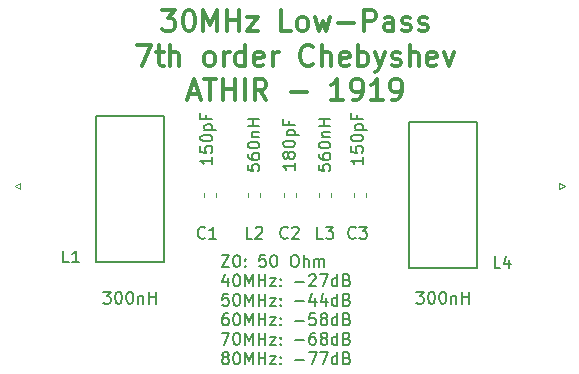
<source format=gto>
G04 #@! TF.GenerationSoftware,KiCad,Pcbnew,(5.1.0)-1*
G04 #@! TF.CreationDate,2019-05-10T18:53:53+02:00*
G04 #@! TF.ProjectId,30mhzLP,33306d68-7a4c-4502-9e6b-696361645f70,rev?*
G04 #@! TF.SameCoordinates,Original*
G04 #@! TF.FileFunction,Legend,Top*
G04 #@! TF.FilePolarity,Positive*
%FSLAX46Y46*%
G04 Gerber Fmt 4.6, Leading zero omitted, Abs format (unit mm)*
G04 Created by KiCad (PCBNEW (5.1.0)-1) date 2019-05-10 18:53:53*
%MOMM*%
%LPD*%
G04 APERTURE LIST*
%ADD10C,0.150000*%
%ADD11C,0.300000*%
%ADD12C,0.120000*%
G04 APERTURE END LIST*
D10*
X139240357Y-118327380D02*
X139907023Y-118327380D01*
X139240357Y-119327380D01*
X139907023Y-119327380D01*
X140478452Y-118327380D02*
X140573690Y-118327380D01*
X140668928Y-118375000D01*
X140716547Y-118422619D01*
X140764166Y-118517857D01*
X140811785Y-118708333D01*
X140811785Y-118946428D01*
X140764166Y-119136904D01*
X140716547Y-119232142D01*
X140668928Y-119279761D01*
X140573690Y-119327380D01*
X140478452Y-119327380D01*
X140383214Y-119279761D01*
X140335595Y-119232142D01*
X140287976Y-119136904D01*
X140240357Y-118946428D01*
X140240357Y-118708333D01*
X140287976Y-118517857D01*
X140335595Y-118422619D01*
X140383214Y-118375000D01*
X140478452Y-118327380D01*
X141240357Y-119232142D02*
X141287976Y-119279761D01*
X141240357Y-119327380D01*
X141192738Y-119279761D01*
X141240357Y-119232142D01*
X141240357Y-119327380D01*
X141240357Y-118708333D02*
X141287976Y-118755952D01*
X141240357Y-118803571D01*
X141192738Y-118755952D01*
X141240357Y-118708333D01*
X141240357Y-118803571D01*
X142954642Y-118327380D02*
X142478452Y-118327380D01*
X142430833Y-118803571D01*
X142478452Y-118755952D01*
X142573690Y-118708333D01*
X142811785Y-118708333D01*
X142907023Y-118755952D01*
X142954642Y-118803571D01*
X143002261Y-118898809D01*
X143002261Y-119136904D01*
X142954642Y-119232142D01*
X142907023Y-119279761D01*
X142811785Y-119327380D01*
X142573690Y-119327380D01*
X142478452Y-119279761D01*
X142430833Y-119232142D01*
X143621309Y-118327380D02*
X143716547Y-118327380D01*
X143811785Y-118375000D01*
X143859404Y-118422619D01*
X143907023Y-118517857D01*
X143954642Y-118708333D01*
X143954642Y-118946428D01*
X143907023Y-119136904D01*
X143859404Y-119232142D01*
X143811785Y-119279761D01*
X143716547Y-119327380D01*
X143621309Y-119327380D01*
X143526071Y-119279761D01*
X143478452Y-119232142D01*
X143430833Y-119136904D01*
X143383214Y-118946428D01*
X143383214Y-118708333D01*
X143430833Y-118517857D01*
X143478452Y-118422619D01*
X143526071Y-118375000D01*
X143621309Y-118327380D01*
X145335595Y-118327380D02*
X145526071Y-118327380D01*
X145621309Y-118375000D01*
X145716547Y-118470238D01*
X145764166Y-118660714D01*
X145764166Y-118994047D01*
X145716547Y-119184523D01*
X145621309Y-119279761D01*
X145526071Y-119327380D01*
X145335595Y-119327380D01*
X145240357Y-119279761D01*
X145145119Y-119184523D01*
X145097500Y-118994047D01*
X145097500Y-118660714D01*
X145145119Y-118470238D01*
X145240357Y-118375000D01*
X145335595Y-118327380D01*
X146192738Y-119327380D02*
X146192738Y-118327380D01*
X146621309Y-119327380D02*
X146621309Y-118803571D01*
X146573690Y-118708333D01*
X146478452Y-118660714D01*
X146335595Y-118660714D01*
X146240357Y-118708333D01*
X146192738Y-118755952D01*
X147097500Y-119327380D02*
X147097500Y-118660714D01*
X147097500Y-118755952D02*
X147145119Y-118708333D01*
X147240357Y-118660714D01*
X147383214Y-118660714D01*
X147478452Y-118708333D01*
X147526071Y-118803571D01*
X147526071Y-119327380D01*
X147526071Y-118803571D02*
X147573690Y-118708333D01*
X147668928Y-118660714D01*
X147811785Y-118660714D01*
X147907023Y-118708333D01*
X147954642Y-118803571D01*
X147954642Y-119327380D01*
X139764166Y-120310714D02*
X139764166Y-120977380D01*
X139526071Y-119929761D02*
X139287976Y-120644047D01*
X139907023Y-120644047D01*
X140478452Y-119977380D02*
X140573690Y-119977380D01*
X140668928Y-120025000D01*
X140716547Y-120072619D01*
X140764166Y-120167857D01*
X140811785Y-120358333D01*
X140811785Y-120596428D01*
X140764166Y-120786904D01*
X140716547Y-120882142D01*
X140668928Y-120929761D01*
X140573690Y-120977380D01*
X140478452Y-120977380D01*
X140383214Y-120929761D01*
X140335595Y-120882142D01*
X140287976Y-120786904D01*
X140240357Y-120596428D01*
X140240357Y-120358333D01*
X140287976Y-120167857D01*
X140335595Y-120072619D01*
X140383214Y-120025000D01*
X140478452Y-119977380D01*
X141240357Y-120977380D02*
X141240357Y-119977380D01*
X141573690Y-120691666D01*
X141907023Y-119977380D01*
X141907023Y-120977380D01*
X142383214Y-120977380D02*
X142383214Y-119977380D01*
X142383214Y-120453571D02*
X142954642Y-120453571D01*
X142954642Y-120977380D02*
X142954642Y-119977380D01*
X143335595Y-120310714D02*
X143859404Y-120310714D01*
X143335595Y-120977380D01*
X143859404Y-120977380D01*
X144240357Y-120882142D02*
X144287976Y-120929761D01*
X144240357Y-120977380D01*
X144192738Y-120929761D01*
X144240357Y-120882142D01*
X144240357Y-120977380D01*
X144240357Y-120358333D02*
X144287976Y-120405952D01*
X144240357Y-120453571D01*
X144192738Y-120405952D01*
X144240357Y-120358333D01*
X144240357Y-120453571D01*
X145478452Y-120596428D02*
X146240357Y-120596428D01*
X146668928Y-120072619D02*
X146716547Y-120025000D01*
X146811785Y-119977380D01*
X147049880Y-119977380D01*
X147145119Y-120025000D01*
X147192738Y-120072619D01*
X147240357Y-120167857D01*
X147240357Y-120263095D01*
X147192738Y-120405952D01*
X146621309Y-120977380D01*
X147240357Y-120977380D01*
X147573690Y-119977380D02*
X148240357Y-119977380D01*
X147811785Y-120977380D01*
X149049880Y-120977380D02*
X149049880Y-119977380D01*
X149049880Y-120929761D02*
X148954642Y-120977380D01*
X148764166Y-120977380D01*
X148668928Y-120929761D01*
X148621309Y-120882142D01*
X148573690Y-120786904D01*
X148573690Y-120501190D01*
X148621309Y-120405952D01*
X148668928Y-120358333D01*
X148764166Y-120310714D01*
X148954642Y-120310714D01*
X149049880Y-120358333D01*
X149859404Y-120453571D02*
X150002261Y-120501190D01*
X150049880Y-120548809D01*
X150097500Y-120644047D01*
X150097500Y-120786904D01*
X150049880Y-120882142D01*
X150002261Y-120929761D01*
X149907023Y-120977380D01*
X149526071Y-120977380D01*
X149526071Y-119977380D01*
X149859404Y-119977380D01*
X149954642Y-120025000D01*
X150002261Y-120072619D01*
X150049880Y-120167857D01*
X150049880Y-120263095D01*
X150002261Y-120358333D01*
X149954642Y-120405952D01*
X149859404Y-120453571D01*
X149526071Y-120453571D01*
X139811785Y-121627380D02*
X139335595Y-121627380D01*
X139287976Y-122103571D01*
X139335595Y-122055952D01*
X139430833Y-122008333D01*
X139668928Y-122008333D01*
X139764166Y-122055952D01*
X139811785Y-122103571D01*
X139859404Y-122198809D01*
X139859404Y-122436904D01*
X139811785Y-122532142D01*
X139764166Y-122579761D01*
X139668928Y-122627380D01*
X139430833Y-122627380D01*
X139335595Y-122579761D01*
X139287976Y-122532142D01*
X140478452Y-121627380D02*
X140573690Y-121627380D01*
X140668928Y-121675000D01*
X140716547Y-121722619D01*
X140764166Y-121817857D01*
X140811785Y-122008333D01*
X140811785Y-122246428D01*
X140764166Y-122436904D01*
X140716547Y-122532142D01*
X140668928Y-122579761D01*
X140573690Y-122627380D01*
X140478452Y-122627380D01*
X140383214Y-122579761D01*
X140335595Y-122532142D01*
X140287976Y-122436904D01*
X140240357Y-122246428D01*
X140240357Y-122008333D01*
X140287976Y-121817857D01*
X140335595Y-121722619D01*
X140383214Y-121675000D01*
X140478452Y-121627380D01*
X141240357Y-122627380D02*
X141240357Y-121627380D01*
X141573690Y-122341666D01*
X141907023Y-121627380D01*
X141907023Y-122627380D01*
X142383214Y-122627380D02*
X142383214Y-121627380D01*
X142383214Y-122103571D02*
X142954642Y-122103571D01*
X142954642Y-122627380D02*
X142954642Y-121627380D01*
X143335595Y-121960714D02*
X143859404Y-121960714D01*
X143335595Y-122627380D01*
X143859404Y-122627380D01*
X144240357Y-122532142D02*
X144287976Y-122579761D01*
X144240357Y-122627380D01*
X144192738Y-122579761D01*
X144240357Y-122532142D01*
X144240357Y-122627380D01*
X144240357Y-122008333D02*
X144287976Y-122055952D01*
X144240357Y-122103571D01*
X144192738Y-122055952D01*
X144240357Y-122008333D01*
X144240357Y-122103571D01*
X145478452Y-122246428D02*
X146240357Y-122246428D01*
X147145119Y-121960714D02*
X147145119Y-122627380D01*
X146907023Y-121579761D02*
X146668928Y-122294047D01*
X147287976Y-122294047D01*
X148097500Y-121960714D02*
X148097500Y-122627380D01*
X147859404Y-121579761D02*
X147621309Y-122294047D01*
X148240357Y-122294047D01*
X149049880Y-122627380D02*
X149049880Y-121627380D01*
X149049880Y-122579761D02*
X148954642Y-122627380D01*
X148764166Y-122627380D01*
X148668928Y-122579761D01*
X148621309Y-122532142D01*
X148573690Y-122436904D01*
X148573690Y-122151190D01*
X148621309Y-122055952D01*
X148668928Y-122008333D01*
X148764166Y-121960714D01*
X148954642Y-121960714D01*
X149049880Y-122008333D01*
X149859404Y-122103571D02*
X150002261Y-122151190D01*
X150049880Y-122198809D01*
X150097500Y-122294047D01*
X150097500Y-122436904D01*
X150049880Y-122532142D01*
X150002261Y-122579761D01*
X149907023Y-122627380D01*
X149526071Y-122627380D01*
X149526071Y-121627380D01*
X149859404Y-121627380D01*
X149954642Y-121675000D01*
X150002261Y-121722619D01*
X150049880Y-121817857D01*
X150049880Y-121913095D01*
X150002261Y-122008333D01*
X149954642Y-122055952D01*
X149859404Y-122103571D01*
X149526071Y-122103571D01*
X139764166Y-123277380D02*
X139573690Y-123277380D01*
X139478452Y-123325000D01*
X139430833Y-123372619D01*
X139335595Y-123515476D01*
X139287976Y-123705952D01*
X139287976Y-124086904D01*
X139335595Y-124182142D01*
X139383214Y-124229761D01*
X139478452Y-124277380D01*
X139668928Y-124277380D01*
X139764166Y-124229761D01*
X139811785Y-124182142D01*
X139859404Y-124086904D01*
X139859404Y-123848809D01*
X139811785Y-123753571D01*
X139764166Y-123705952D01*
X139668928Y-123658333D01*
X139478452Y-123658333D01*
X139383214Y-123705952D01*
X139335595Y-123753571D01*
X139287976Y-123848809D01*
X140478452Y-123277380D02*
X140573690Y-123277380D01*
X140668928Y-123325000D01*
X140716547Y-123372619D01*
X140764166Y-123467857D01*
X140811785Y-123658333D01*
X140811785Y-123896428D01*
X140764166Y-124086904D01*
X140716547Y-124182142D01*
X140668928Y-124229761D01*
X140573690Y-124277380D01*
X140478452Y-124277380D01*
X140383214Y-124229761D01*
X140335595Y-124182142D01*
X140287976Y-124086904D01*
X140240357Y-123896428D01*
X140240357Y-123658333D01*
X140287976Y-123467857D01*
X140335595Y-123372619D01*
X140383214Y-123325000D01*
X140478452Y-123277380D01*
X141240357Y-124277380D02*
X141240357Y-123277380D01*
X141573690Y-123991666D01*
X141907023Y-123277380D01*
X141907023Y-124277380D01*
X142383214Y-124277380D02*
X142383214Y-123277380D01*
X142383214Y-123753571D02*
X142954642Y-123753571D01*
X142954642Y-124277380D02*
X142954642Y-123277380D01*
X143335595Y-123610714D02*
X143859404Y-123610714D01*
X143335595Y-124277380D01*
X143859404Y-124277380D01*
X144240357Y-124182142D02*
X144287976Y-124229761D01*
X144240357Y-124277380D01*
X144192738Y-124229761D01*
X144240357Y-124182142D01*
X144240357Y-124277380D01*
X144240357Y-123658333D02*
X144287976Y-123705952D01*
X144240357Y-123753571D01*
X144192738Y-123705952D01*
X144240357Y-123658333D01*
X144240357Y-123753571D01*
X145478452Y-123896428D02*
X146240357Y-123896428D01*
X147192738Y-123277380D02*
X146716547Y-123277380D01*
X146668928Y-123753571D01*
X146716547Y-123705952D01*
X146811785Y-123658333D01*
X147049880Y-123658333D01*
X147145119Y-123705952D01*
X147192738Y-123753571D01*
X147240357Y-123848809D01*
X147240357Y-124086904D01*
X147192738Y-124182142D01*
X147145119Y-124229761D01*
X147049880Y-124277380D01*
X146811785Y-124277380D01*
X146716547Y-124229761D01*
X146668928Y-124182142D01*
X147811785Y-123705952D02*
X147716547Y-123658333D01*
X147668928Y-123610714D01*
X147621309Y-123515476D01*
X147621309Y-123467857D01*
X147668928Y-123372619D01*
X147716547Y-123325000D01*
X147811785Y-123277380D01*
X148002261Y-123277380D01*
X148097500Y-123325000D01*
X148145119Y-123372619D01*
X148192738Y-123467857D01*
X148192738Y-123515476D01*
X148145119Y-123610714D01*
X148097500Y-123658333D01*
X148002261Y-123705952D01*
X147811785Y-123705952D01*
X147716547Y-123753571D01*
X147668928Y-123801190D01*
X147621309Y-123896428D01*
X147621309Y-124086904D01*
X147668928Y-124182142D01*
X147716547Y-124229761D01*
X147811785Y-124277380D01*
X148002261Y-124277380D01*
X148097500Y-124229761D01*
X148145119Y-124182142D01*
X148192738Y-124086904D01*
X148192738Y-123896428D01*
X148145119Y-123801190D01*
X148097500Y-123753571D01*
X148002261Y-123705952D01*
X149049880Y-124277380D02*
X149049880Y-123277380D01*
X149049880Y-124229761D02*
X148954642Y-124277380D01*
X148764166Y-124277380D01*
X148668928Y-124229761D01*
X148621309Y-124182142D01*
X148573690Y-124086904D01*
X148573690Y-123801190D01*
X148621309Y-123705952D01*
X148668928Y-123658333D01*
X148764166Y-123610714D01*
X148954642Y-123610714D01*
X149049880Y-123658333D01*
X149859404Y-123753571D02*
X150002261Y-123801190D01*
X150049880Y-123848809D01*
X150097500Y-123944047D01*
X150097500Y-124086904D01*
X150049880Y-124182142D01*
X150002261Y-124229761D01*
X149907023Y-124277380D01*
X149526071Y-124277380D01*
X149526071Y-123277380D01*
X149859404Y-123277380D01*
X149954642Y-123325000D01*
X150002261Y-123372619D01*
X150049880Y-123467857D01*
X150049880Y-123563095D01*
X150002261Y-123658333D01*
X149954642Y-123705952D01*
X149859404Y-123753571D01*
X149526071Y-123753571D01*
X139240357Y-124927380D02*
X139907023Y-124927380D01*
X139478452Y-125927380D01*
X140478452Y-124927380D02*
X140573690Y-124927380D01*
X140668928Y-124975000D01*
X140716547Y-125022619D01*
X140764166Y-125117857D01*
X140811785Y-125308333D01*
X140811785Y-125546428D01*
X140764166Y-125736904D01*
X140716547Y-125832142D01*
X140668928Y-125879761D01*
X140573690Y-125927380D01*
X140478452Y-125927380D01*
X140383214Y-125879761D01*
X140335595Y-125832142D01*
X140287976Y-125736904D01*
X140240357Y-125546428D01*
X140240357Y-125308333D01*
X140287976Y-125117857D01*
X140335595Y-125022619D01*
X140383214Y-124975000D01*
X140478452Y-124927380D01*
X141240357Y-125927380D02*
X141240357Y-124927380D01*
X141573690Y-125641666D01*
X141907023Y-124927380D01*
X141907023Y-125927380D01*
X142383214Y-125927380D02*
X142383214Y-124927380D01*
X142383214Y-125403571D02*
X142954642Y-125403571D01*
X142954642Y-125927380D02*
X142954642Y-124927380D01*
X143335595Y-125260714D02*
X143859404Y-125260714D01*
X143335595Y-125927380D01*
X143859404Y-125927380D01*
X144240357Y-125832142D02*
X144287976Y-125879761D01*
X144240357Y-125927380D01*
X144192738Y-125879761D01*
X144240357Y-125832142D01*
X144240357Y-125927380D01*
X144240357Y-125308333D02*
X144287976Y-125355952D01*
X144240357Y-125403571D01*
X144192738Y-125355952D01*
X144240357Y-125308333D01*
X144240357Y-125403571D01*
X145478452Y-125546428D02*
X146240357Y-125546428D01*
X147145119Y-124927380D02*
X146954642Y-124927380D01*
X146859404Y-124975000D01*
X146811785Y-125022619D01*
X146716547Y-125165476D01*
X146668928Y-125355952D01*
X146668928Y-125736904D01*
X146716547Y-125832142D01*
X146764166Y-125879761D01*
X146859404Y-125927380D01*
X147049880Y-125927380D01*
X147145119Y-125879761D01*
X147192738Y-125832142D01*
X147240357Y-125736904D01*
X147240357Y-125498809D01*
X147192738Y-125403571D01*
X147145119Y-125355952D01*
X147049880Y-125308333D01*
X146859404Y-125308333D01*
X146764166Y-125355952D01*
X146716547Y-125403571D01*
X146668928Y-125498809D01*
X147811785Y-125355952D02*
X147716547Y-125308333D01*
X147668928Y-125260714D01*
X147621309Y-125165476D01*
X147621309Y-125117857D01*
X147668928Y-125022619D01*
X147716547Y-124975000D01*
X147811785Y-124927380D01*
X148002261Y-124927380D01*
X148097500Y-124975000D01*
X148145119Y-125022619D01*
X148192738Y-125117857D01*
X148192738Y-125165476D01*
X148145119Y-125260714D01*
X148097500Y-125308333D01*
X148002261Y-125355952D01*
X147811785Y-125355952D01*
X147716547Y-125403571D01*
X147668928Y-125451190D01*
X147621309Y-125546428D01*
X147621309Y-125736904D01*
X147668928Y-125832142D01*
X147716547Y-125879761D01*
X147811785Y-125927380D01*
X148002261Y-125927380D01*
X148097500Y-125879761D01*
X148145119Y-125832142D01*
X148192738Y-125736904D01*
X148192738Y-125546428D01*
X148145119Y-125451190D01*
X148097500Y-125403571D01*
X148002261Y-125355952D01*
X149049880Y-125927380D02*
X149049880Y-124927380D01*
X149049880Y-125879761D02*
X148954642Y-125927380D01*
X148764166Y-125927380D01*
X148668928Y-125879761D01*
X148621309Y-125832142D01*
X148573690Y-125736904D01*
X148573690Y-125451190D01*
X148621309Y-125355952D01*
X148668928Y-125308333D01*
X148764166Y-125260714D01*
X148954642Y-125260714D01*
X149049880Y-125308333D01*
X149859404Y-125403571D02*
X150002261Y-125451190D01*
X150049880Y-125498809D01*
X150097500Y-125594047D01*
X150097500Y-125736904D01*
X150049880Y-125832142D01*
X150002261Y-125879761D01*
X149907023Y-125927380D01*
X149526071Y-125927380D01*
X149526071Y-124927380D01*
X149859404Y-124927380D01*
X149954642Y-124975000D01*
X150002261Y-125022619D01*
X150049880Y-125117857D01*
X150049880Y-125213095D01*
X150002261Y-125308333D01*
X149954642Y-125355952D01*
X149859404Y-125403571D01*
X149526071Y-125403571D01*
X139478452Y-127005952D02*
X139383214Y-126958333D01*
X139335595Y-126910714D01*
X139287976Y-126815476D01*
X139287976Y-126767857D01*
X139335595Y-126672619D01*
X139383214Y-126625000D01*
X139478452Y-126577380D01*
X139668928Y-126577380D01*
X139764166Y-126625000D01*
X139811785Y-126672619D01*
X139859404Y-126767857D01*
X139859404Y-126815476D01*
X139811785Y-126910714D01*
X139764166Y-126958333D01*
X139668928Y-127005952D01*
X139478452Y-127005952D01*
X139383214Y-127053571D01*
X139335595Y-127101190D01*
X139287976Y-127196428D01*
X139287976Y-127386904D01*
X139335595Y-127482142D01*
X139383214Y-127529761D01*
X139478452Y-127577380D01*
X139668928Y-127577380D01*
X139764166Y-127529761D01*
X139811785Y-127482142D01*
X139859404Y-127386904D01*
X139859404Y-127196428D01*
X139811785Y-127101190D01*
X139764166Y-127053571D01*
X139668928Y-127005952D01*
X140478452Y-126577380D02*
X140573690Y-126577380D01*
X140668928Y-126625000D01*
X140716547Y-126672619D01*
X140764166Y-126767857D01*
X140811785Y-126958333D01*
X140811785Y-127196428D01*
X140764166Y-127386904D01*
X140716547Y-127482142D01*
X140668928Y-127529761D01*
X140573690Y-127577380D01*
X140478452Y-127577380D01*
X140383214Y-127529761D01*
X140335595Y-127482142D01*
X140287976Y-127386904D01*
X140240357Y-127196428D01*
X140240357Y-126958333D01*
X140287976Y-126767857D01*
X140335595Y-126672619D01*
X140383214Y-126625000D01*
X140478452Y-126577380D01*
X141240357Y-127577380D02*
X141240357Y-126577380D01*
X141573690Y-127291666D01*
X141907023Y-126577380D01*
X141907023Y-127577380D01*
X142383214Y-127577380D02*
X142383214Y-126577380D01*
X142383214Y-127053571D02*
X142954642Y-127053571D01*
X142954642Y-127577380D02*
X142954642Y-126577380D01*
X143335595Y-126910714D02*
X143859404Y-126910714D01*
X143335595Y-127577380D01*
X143859404Y-127577380D01*
X144240357Y-127482142D02*
X144287976Y-127529761D01*
X144240357Y-127577380D01*
X144192738Y-127529761D01*
X144240357Y-127482142D01*
X144240357Y-127577380D01*
X144240357Y-126958333D02*
X144287976Y-127005952D01*
X144240357Y-127053571D01*
X144192738Y-127005952D01*
X144240357Y-126958333D01*
X144240357Y-127053571D01*
X145478452Y-127196428D02*
X146240357Y-127196428D01*
X146621309Y-126577380D02*
X147287976Y-126577380D01*
X146859404Y-127577380D01*
X147573690Y-126577380D02*
X148240357Y-126577380D01*
X147811785Y-127577380D01*
X149049880Y-127577380D02*
X149049880Y-126577380D01*
X149049880Y-127529761D02*
X148954642Y-127577380D01*
X148764166Y-127577380D01*
X148668928Y-127529761D01*
X148621309Y-127482142D01*
X148573690Y-127386904D01*
X148573690Y-127101190D01*
X148621309Y-127005952D01*
X148668928Y-126958333D01*
X148764166Y-126910714D01*
X148954642Y-126910714D01*
X149049880Y-126958333D01*
X149859404Y-127053571D02*
X150002261Y-127101190D01*
X150049880Y-127148809D01*
X150097500Y-127244047D01*
X150097500Y-127386904D01*
X150049880Y-127482142D01*
X150002261Y-127529761D01*
X149907023Y-127577380D01*
X149526071Y-127577380D01*
X149526071Y-126577380D01*
X149859404Y-126577380D01*
X149954642Y-126625000D01*
X150002261Y-126672619D01*
X150049880Y-126767857D01*
X150049880Y-126863095D01*
X150002261Y-126958333D01*
X149954642Y-127005952D01*
X149859404Y-127053571D01*
X149526071Y-127053571D01*
D11*
X134208333Y-97616666D02*
X135291666Y-97616666D01*
X134708333Y-98283333D01*
X134958333Y-98283333D01*
X135125000Y-98366666D01*
X135208333Y-98450000D01*
X135291666Y-98616666D01*
X135291666Y-99033333D01*
X135208333Y-99200000D01*
X135125000Y-99283333D01*
X134958333Y-99366666D01*
X134458333Y-99366666D01*
X134291666Y-99283333D01*
X134208333Y-99200000D01*
X136375000Y-97616666D02*
X136541666Y-97616666D01*
X136708333Y-97700000D01*
X136791666Y-97783333D01*
X136875000Y-97950000D01*
X136958333Y-98283333D01*
X136958333Y-98700000D01*
X136875000Y-99033333D01*
X136791666Y-99200000D01*
X136708333Y-99283333D01*
X136541666Y-99366666D01*
X136375000Y-99366666D01*
X136208333Y-99283333D01*
X136125000Y-99200000D01*
X136041666Y-99033333D01*
X135958333Y-98700000D01*
X135958333Y-98283333D01*
X136041666Y-97950000D01*
X136125000Y-97783333D01*
X136208333Y-97700000D01*
X136375000Y-97616666D01*
X137708333Y-99366666D02*
X137708333Y-97616666D01*
X138291666Y-98866666D01*
X138875000Y-97616666D01*
X138875000Y-99366666D01*
X139708333Y-99366666D02*
X139708333Y-97616666D01*
X139708333Y-98450000D02*
X140708333Y-98450000D01*
X140708333Y-99366666D02*
X140708333Y-97616666D01*
X141375000Y-98200000D02*
X142291666Y-98200000D01*
X141375000Y-99366666D01*
X142291666Y-99366666D01*
X145125000Y-99366666D02*
X144291666Y-99366666D01*
X144291666Y-97616666D01*
X145958333Y-99366666D02*
X145791666Y-99283333D01*
X145708333Y-99200000D01*
X145625000Y-99033333D01*
X145625000Y-98533333D01*
X145708333Y-98366666D01*
X145791666Y-98283333D01*
X145958333Y-98200000D01*
X146208333Y-98200000D01*
X146375000Y-98283333D01*
X146458333Y-98366666D01*
X146541666Y-98533333D01*
X146541666Y-99033333D01*
X146458333Y-99200000D01*
X146375000Y-99283333D01*
X146208333Y-99366666D01*
X145958333Y-99366666D01*
X147125000Y-98200000D02*
X147458333Y-99366666D01*
X147791666Y-98533333D01*
X148125000Y-99366666D01*
X148458333Y-98200000D01*
X149125000Y-98700000D02*
X150458333Y-98700000D01*
X151291666Y-99366666D02*
X151291666Y-97616666D01*
X151958333Y-97616666D01*
X152125000Y-97700000D01*
X152208333Y-97783333D01*
X152291666Y-97950000D01*
X152291666Y-98200000D01*
X152208333Y-98366666D01*
X152125000Y-98450000D01*
X151958333Y-98533333D01*
X151291666Y-98533333D01*
X153791666Y-99366666D02*
X153791666Y-98450000D01*
X153708333Y-98283333D01*
X153541666Y-98200000D01*
X153208333Y-98200000D01*
X153041666Y-98283333D01*
X153791666Y-99283333D02*
X153625000Y-99366666D01*
X153208333Y-99366666D01*
X153041666Y-99283333D01*
X152958333Y-99116666D01*
X152958333Y-98950000D01*
X153041666Y-98783333D01*
X153208333Y-98700000D01*
X153625000Y-98700000D01*
X153791666Y-98616666D01*
X154541666Y-99283333D02*
X154708333Y-99366666D01*
X155041666Y-99366666D01*
X155208333Y-99283333D01*
X155291666Y-99116666D01*
X155291666Y-99033333D01*
X155208333Y-98866666D01*
X155041666Y-98783333D01*
X154791666Y-98783333D01*
X154625000Y-98700000D01*
X154541666Y-98533333D01*
X154541666Y-98450000D01*
X154625000Y-98283333D01*
X154791666Y-98200000D01*
X155041666Y-98200000D01*
X155208333Y-98283333D01*
X155958333Y-99283333D02*
X156125000Y-99366666D01*
X156458333Y-99366666D01*
X156625000Y-99283333D01*
X156708333Y-99116666D01*
X156708333Y-99033333D01*
X156625000Y-98866666D01*
X156458333Y-98783333D01*
X156208333Y-98783333D01*
X156041666Y-98700000D01*
X155958333Y-98533333D01*
X155958333Y-98450000D01*
X156041666Y-98283333D01*
X156208333Y-98200000D01*
X156458333Y-98200000D01*
X156625000Y-98283333D01*
X132083333Y-100541666D02*
X133250000Y-100541666D01*
X132500000Y-102291666D01*
X133666666Y-101125000D02*
X134333333Y-101125000D01*
X133916666Y-100541666D02*
X133916666Y-102041666D01*
X134000000Y-102208333D01*
X134166666Y-102291666D01*
X134333333Y-102291666D01*
X134916666Y-102291666D02*
X134916666Y-100541666D01*
X135666666Y-102291666D02*
X135666666Y-101375000D01*
X135583333Y-101208333D01*
X135416666Y-101125000D01*
X135166666Y-101125000D01*
X135000000Y-101208333D01*
X134916666Y-101291666D01*
X138083333Y-102291666D02*
X137916666Y-102208333D01*
X137833333Y-102125000D01*
X137750000Y-101958333D01*
X137750000Y-101458333D01*
X137833333Y-101291666D01*
X137916666Y-101208333D01*
X138083333Y-101125000D01*
X138333333Y-101125000D01*
X138500000Y-101208333D01*
X138583333Y-101291666D01*
X138666666Y-101458333D01*
X138666666Y-101958333D01*
X138583333Y-102125000D01*
X138500000Y-102208333D01*
X138333333Y-102291666D01*
X138083333Y-102291666D01*
X139416666Y-102291666D02*
X139416666Y-101125000D01*
X139416666Y-101458333D02*
X139500000Y-101291666D01*
X139583333Y-101208333D01*
X139750000Y-101125000D01*
X139916666Y-101125000D01*
X141250000Y-102291666D02*
X141250000Y-100541666D01*
X141250000Y-102208333D02*
X141083333Y-102291666D01*
X140750000Y-102291666D01*
X140583333Y-102208333D01*
X140500000Y-102125000D01*
X140416666Y-101958333D01*
X140416666Y-101458333D01*
X140500000Y-101291666D01*
X140583333Y-101208333D01*
X140750000Y-101125000D01*
X141083333Y-101125000D01*
X141250000Y-101208333D01*
X142750000Y-102208333D02*
X142583333Y-102291666D01*
X142250000Y-102291666D01*
X142083333Y-102208333D01*
X142000000Y-102041666D01*
X142000000Y-101375000D01*
X142083333Y-101208333D01*
X142250000Y-101125000D01*
X142583333Y-101125000D01*
X142750000Y-101208333D01*
X142833333Y-101375000D01*
X142833333Y-101541666D01*
X142000000Y-101708333D01*
X143583333Y-102291666D02*
X143583333Y-101125000D01*
X143583333Y-101458333D02*
X143666666Y-101291666D01*
X143750000Y-101208333D01*
X143916666Y-101125000D01*
X144083333Y-101125000D01*
X147000000Y-102125000D02*
X146916666Y-102208333D01*
X146666666Y-102291666D01*
X146500000Y-102291666D01*
X146250000Y-102208333D01*
X146083333Y-102041666D01*
X146000000Y-101875000D01*
X145916666Y-101541666D01*
X145916666Y-101291666D01*
X146000000Y-100958333D01*
X146083333Y-100791666D01*
X146250000Y-100625000D01*
X146500000Y-100541666D01*
X146666666Y-100541666D01*
X146916666Y-100625000D01*
X147000000Y-100708333D01*
X147750000Y-102291666D02*
X147750000Y-100541666D01*
X148500000Y-102291666D02*
X148500000Y-101375000D01*
X148416666Y-101208333D01*
X148250000Y-101125000D01*
X148000000Y-101125000D01*
X147833333Y-101208333D01*
X147750000Y-101291666D01*
X150000000Y-102208333D02*
X149833333Y-102291666D01*
X149500000Y-102291666D01*
X149333333Y-102208333D01*
X149250000Y-102041666D01*
X149250000Y-101375000D01*
X149333333Y-101208333D01*
X149500000Y-101125000D01*
X149833333Y-101125000D01*
X150000000Y-101208333D01*
X150083333Y-101375000D01*
X150083333Y-101541666D01*
X149250000Y-101708333D01*
X150833333Y-102291666D02*
X150833333Y-100541666D01*
X150833333Y-101208333D02*
X151000000Y-101125000D01*
X151333333Y-101125000D01*
X151500000Y-101208333D01*
X151583333Y-101291666D01*
X151666666Y-101458333D01*
X151666666Y-101958333D01*
X151583333Y-102125000D01*
X151500000Y-102208333D01*
X151333333Y-102291666D01*
X151000000Y-102291666D01*
X150833333Y-102208333D01*
X152250000Y-101125000D02*
X152666666Y-102291666D01*
X153083333Y-101125000D02*
X152666666Y-102291666D01*
X152500000Y-102708333D01*
X152416666Y-102791666D01*
X152250000Y-102875000D01*
X153666666Y-102208333D02*
X153833333Y-102291666D01*
X154166666Y-102291666D01*
X154333333Y-102208333D01*
X154416666Y-102041666D01*
X154416666Y-101958333D01*
X154333333Y-101791666D01*
X154166666Y-101708333D01*
X153916666Y-101708333D01*
X153750000Y-101625000D01*
X153666666Y-101458333D01*
X153666666Y-101375000D01*
X153750000Y-101208333D01*
X153916666Y-101125000D01*
X154166666Y-101125000D01*
X154333333Y-101208333D01*
X155166666Y-102291666D02*
X155166666Y-100541666D01*
X155916666Y-102291666D02*
X155916666Y-101375000D01*
X155833333Y-101208333D01*
X155666666Y-101125000D01*
X155416666Y-101125000D01*
X155250000Y-101208333D01*
X155166666Y-101291666D01*
X157416666Y-102208333D02*
X157250000Y-102291666D01*
X156916666Y-102291666D01*
X156750000Y-102208333D01*
X156666666Y-102041666D01*
X156666666Y-101375000D01*
X156750000Y-101208333D01*
X156916666Y-101125000D01*
X157250000Y-101125000D01*
X157416666Y-101208333D01*
X157500000Y-101375000D01*
X157500000Y-101541666D01*
X156666666Y-101708333D01*
X158083333Y-101125000D02*
X158500000Y-102291666D01*
X158916666Y-101125000D01*
X136458333Y-104716666D02*
X137291666Y-104716666D01*
X136291666Y-105216666D02*
X136875000Y-103466666D01*
X137458333Y-105216666D01*
X137791666Y-103466666D02*
X138791666Y-103466666D01*
X138291666Y-105216666D02*
X138291666Y-103466666D01*
X139375000Y-105216666D02*
X139375000Y-103466666D01*
X139375000Y-104300000D02*
X140375000Y-104300000D01*
X140375000Y-105216666D02*
X140375000Y-103466666D01*
X141208333Y-105216666D02*
X141208333Y-103466666D01*
X143041666Y-105216666D02*
X142458333Y-104383333D01*
X142041666Y-105216666D02*
X142041666Y-103466666D01*
X142708333Y-103466666D01*
X142875000Y-103550000D01*
X142958333Y-103633333D01*
X143041666Y-103800000D01*
X143041666Y-104050000D01*
X142958333Y-104216666D01*
X142875000Y-104300000D01*
X142708333Y-104383333D01*
X142041666Y-104383333D01*
X145125000Y-104550000D02*
X146458333Y-104550000D01*
X149541666Y-105216666D02*
X148541666Y-105216666D01*
X149041666Y-105216666D02*
X149041666Y-103466666D01*
X148875000Y-103716666D01*
X148708333Y-103883333D01*
X148541666Y-103966666D01*
X150375000Y-105216666D02*
X150708333Y-105216666D01*
X150875000Y-105133333D01*
X150958333Y-105050000D01*
X151125000Y-104800000D01*
X151208333Y-104466666D01*
X151208333Y-103800000D01*
X151125000Y-103633333D01*
X151041666Y-103550000D01*
X150875000Y-103466666D01*
X150541666Y-103466666D01*
X150375000Y-103550000D01*
X150291666Y-103633333D01*
X150208333Y-103800000D01*
X150208333Y-104216666D01*
X150291666Y-104383333D01*
X150375000Y-104466666D01*
X150541666Y-104550000D01*
X150875000Y-104550000D01*
X151041666Y-104466666D01*
X151125000Y-104383333D01*
X151208333Y-104216666D01*
X152875000Y-105216666D02*
X151875000Y-105216666D01*
X152375000Y-105216666D02*
X152375000Y-103466666D01*
X152208333Y-103716666D01*
X152041666Y-103883333D01*
X151875000Y-103966666D01*
X153708333Y-105216666D02*
X154041666Y-105216666D01*
X154208333Y-105133333D01*
X154291666Y-105050000D01*
X154458333Y-104800000D01*
X154541666Y-104466666D01*
X154541666Y-103800000D01*
X154458333Y-103633333D01*
X154375000Y-103550000D01*
X154208333Y-103466666D01*
X153875000Y-103466666D01*
X153708333Y-103550000D01*
X153625000Y-103633333D01*
X153541666Y-103800000D01*
X153541666Y-104216666D01*
X153625000Y-104383333D01*
X153708333Y-104466666D01*
X153875000Y-104550000D01*
X154208333Y-104550000D01*
X154375000Y-104466666D01*
X154458333Y-104383333D01*
X154541666Y-104216666D01*
D10*
X155140000Y-107089500D02*
X155140000Y-119410500D01*
X160860000Y-119410500D02*
X160860000Y-107089500D01*
X155140000Y-107089500D02*
X160860000Y-107089500D01*
X155140000Y-119410500D02*
X160860000Y-119410500D01*
X134360000Y-118910500D02*
X134360000Y-106589500D01*
X128640000Y-106589500D02*
X128640000Y-118910500D01*
X134360000Y-118910500D02*
X128640000Y-118910500D01*
X134360000Y-106589500D02*
X128640000Y-106589500D01*
D12*
X147490000Y-113087221D02*
X147490000Y-113412779D01*
X148510000Y-113087221D02*
X148510000Y-113412779D01*
X142510000Y-113450279D02*
X142510000Y-113124721D01*
X141490000Y-113450279D02*
X141490000Y-113124721D01*
X168290000Y-112500000D02*
X167790000Y-112250000D01*
X167790000Y-112250000D02*
X167790000Y-112750000D01*
X167790000Y-112750000D02*
X168290000Y-112500000D01*
X121710000Y-112500000D02*
X122210000Y-112750000D01*
X122210000Y-112750000D02*
X122210000Y-112250000D01*
X122210000Y-112250000D02*
X121710000Y-112500000D01*
X151510000Y-113412779D02*
X151510000Y-113087221D01*
X150490000Y-113412779D02*
X150490000Y-113087221D01*
X144490000Y-113087221D02*
X144490000Y-113412779D01*
X145510000Y-113087221D02*
X145510000Y-113412779D01*
X138760000Y-113450279D02*
X138760000Y-113124721D01*
X137740000Y-113450279D02*
X137740000Y-113124721D01*
D10*
X162833333Y-119452380D02*
X162357142Y-119452380D01*
X162357142Y-118452380D01*
X163595238Y-118785714D02*
X163595238Y-119452380D01*
X163357142Y-118404761D02*
X163119047Y-119119047D01*
X163738095Y-119119047D01*
X155738095Y-121452380D02*
X156357142Y-121452380D01*
X156023809Y-121833333D01*
X156166666Y-121833333D01*
X156261904Y-121880952D01*
X156309523Y-121928571D01*
X156357142Y-122023809D01*
X156357142Y-122261904D01*
X156309523Y-122357142D01*
X156261904Y-122404761D01*
X156166666Y-122452380D01*
X155880952Y-122452380D01*
X155785714Y-122404761D01*
X155738095Y-122357142D01*
X156976190Y-121452380D02*
X157071428Y-121452380D01*
X157166666Y-121500000D01*
X157214285Y-121547619D01*
X157261904Y-121642857D01*
X157309523Y-121833333D01*
X157309523Y-122071428D01*
X157261904Y-122261904D01*
X157214285Y-122357142D01*
X157166666Y-122404761D01*
X157071428Y-122452380D01*
X156976190Y-122452380D01*
X156880952Y-122404761D01*
X156833333Y-122357142D01*
X156785714Y-122261904D01*
X156738095Y-122071428D01*
X156738095Y-121833333D01*
X156785714Y-121642857D01*
X156833333Y-121547619D01*
X156880952Y-121500000D01*
X156976190Y-121452380D01*
X157928571Y-121452380D02*
X158023809Y-121452380D01*
X158119047Y-121500000D01*
X158166666Y-121547619D01*
X158214285Y-121642857D01*
X158261904Y-121833333D01*
X158261904Y-122071428D01*
X158214285Y-122261904D01*
X158166666Y-122357142D01*
X158119047Y-122404761D01*
X158023809Y-122452380D01*
X157928571Y-122452380D01*
X157833333Y-122404761D01*
X157785714Y-122357142D01*
X157738095Y-122261904D01*
X157690476Y-122071428D01*
X157690476Y-121833333D01*
X157738095Y-121642857D01*
X157785714Y-121547619D01*
X157833333Y-121500000D01*
X157928571Y-121452380D01*
X158690476Y-121785714D02*
X158690476Y-122452380D01*
X158690476Y-121880952D02*
X158738095Y-121833333D01*
X158833333Y-121785714D01*
X158976190Y-121785714D01*
X159071428Y-121833333D01*
X159119047Y-121928571D01*
X159119047Y-122452380D01*
X159595238Y-122452380D02*
X159595238Y-121452380D01*
X159595238Y-121928571D02*
X160166666Y-121928571D01*
X160166666Y-122452380D02*
X160166666Y-121452380D01*
X126333333Y-118952380D02*
X125857142Y-118952380D01*
X125857142Y-117952380D01*
X127190476Y-118952380D02*
X126619047Y-118952380D01*
X126904761Y-118952380D02*
X126904761Y-117952380D01*
X126809523Y-118095238D01*
X126714285Y-118190476D01*
X126619047Y-118238095D01*
X129238095Y-121452380D02*
X129857142Y-121452380D01*
X129523809Y-121833333D01*
X129666666Y-121833333D01*
X129761904Y-121880952D01*
X129809523Y-121928571D01*
X129857142Y-122023809D01*
X129857142Y-122261904D01*
X129809523Y-122357142D01*
X129761904Y-122404761D01*
X129666666Y-122452380D01*
X129380952Y-122452380D01*
X129285714Y-122404761D01*
X129238095Y-122357142D01*
X130476190Y-121452380D02*
X130571428Y-121452380D01*
X130666666Y-121500000D01*
X130714285Y-121547619D01*
X130761904Y-121642857D01*
X130809523Y-121833333D01*
X130809523Y-122071428D01*
X130761904Y-122261904D01*
X130714285Y-122357142D01*
X130666666Y-122404761D01*
X130571428Y-122452380D01*
X130476190Y-122452380D01*
X130380952Y-122404761D01*
X130333333Y-122357142D01*
X130285714Y-122261904D01*
X130238095Y-122071428D01*
X130238095Y-121833333D01*
X130285714Y-121642857D01*
X130333333Y-121547619D01*
X130380952Y-121500000D01*
X130476190Y-121452380D01*
X131428571Y-121452380D02*
X131523809Y-121452380D01*
X131619047Y-121500000D01*
X131666666Y-121547619D01*
X131714285Y-121642857D01*
X131761904Y-121833333D01*
X131761904Y-122071428D01*
X131714285Y-122261904D01*
X131666666Y-122357142D01*
X131619047Y-122404761D01*
X131523809Y-122452380D01*
X131428571Y-122452380D01*
X131333333Y-122404761D01*
X131285714Y-122357142D01*
X131238095Y-122261904D01*
X131190476Y-122071428D01*
X131190476Y-121833333D01*
X131238095Y-121642857D01*
X131285714Y-121547619D01*
X131333333Y-121500000D01*
X131428571Y-121452380D01*
X132190476Y-121785714D02*
X132190476Y-122452380D01*
X132190476Y-121880952D02*
X132238095Y-121833333D01*
X132333333Y-121785714D01*
X132476190Y-121785714D01*
X132571428Y-121833333D01*
X132619047Y-121928571D01*
X132619047Y-122452380D01*
X133095238Y-122452380D02*
X133095238Y-121452380D01*
X133095238Y-121928571D02*
X133666666Y-121928571D01*
X133666666Y-122452380D02*
X133666666Y-121452380D01*
X147833333Y-116952380D02*
X147357142Y-116952380D01*
X147357142Y-115952380D01*
X148071428Y-115952380D02*
X148690476Y-115952380D01*
X148357142Y-116333333D01*
X148500000Y-116333333D01*
X148595238Y-116380952D01*
X148642857Y-116428571D01*
X148690476Y-116523809D01*
X148690476Y-116761904D01*
X148642857Y-116857142D01*
X148595238Y-116904761D01*
X148500000Y-116952380D01*
X148214285Y-116952380D01*
X148119047Y-116904761D01*
X148071428Y-116857142D01*
X147452380Y-110690476D02*
X147452380Y-111166666D01*
X147928571Y-111214285D01*
X147880952Y-111166666D01*
X147833333Y-111071428D01*
X147833333Y-110833333D01*
X147880952Y-110738095D01*
X147928571Y-110690476D01*
X148023809Y-110642857D01*
X148261904Y-110642857D01*
X148357142Y-110690476D01*
X148404761Y-110738095D01*
X148452380Y-110833333D01*
X148452380Y-111071428D01*
X148404761Y-111166666D01*
X148357142Y-111214285D01*
X147452380Y-109785714D02*
X147452380Y-109976190D01*
X147500000Y-110071428D01*
X147547619Y-110119047D01*
X147690476Y-110214285D01*
X147880952Y-110261904D01*
X148261904Y-110261904D01*
X148357142Y-110214285D01*
X148404761Y-110166666D01*
X148452380Y-110071428D01*
X148452380Y-109880952D01*
X148404761Y-109785714D01*
X148357142Y-109738095D01*
X148261904Y-109690476D01*
X148023809Y-109690476D01*
X147928571Y-109738095D01*
X147880952Y-109785714D01*
X147833333Y-109880952D01*
X147833333Y-110071428D01*
X147880952Y-110166666D01*
X147928571Y-110214285D01*
X148023809Y-110261904D01*
X147452380Y-109071428D02*
X147452380Y-108976190D01*
X147500000Y-108880952D01*
X147547619Y-108833333D01*
X147642857Y-108785714D01*
X147833333Y-108738095D01*
X148071428Y-108738095D01*
X148261904Y-108785714D01*
X148357142Y-108833333D01*
X148404761Y-108880952D01*
X148452380Y-108976190D01*
X148452380Y-109071428D01*
X148404761Y-109166666D01*
X148357142Y-109214285D01*
X148261904Y-109261904D01*
X148071428Y-109309523D01*
X147833333Y-109309523D01*
X147642857Y-109261904D01*
X147547619Y-109214285D01*
X147500000Y-109166666D01*
X147452380Y-109071428D01*
X147785714Y-108309523D02*
X148452380Y-108309523D01*
X147880952Y-108309523D02*
X147833333Y-108261904D01*
X147785714Y-108166666D01*
X147785714Y-108023809D01*
X147833333Y-107928571D01*
X147928571Y-107880952D01*
X148452380Y-107880952D01*
X148452380Y-107404761D02*
X147452380Y-107404761D01*
X147928571Y-107404761D02*
X147928571Y-106833333D01*
X148452380Y-106833333D02*
X147452380Y-106833333D01*
X141833333Y-116952380D02*
X141357142Y-116952380D01*
X141357142Y-115952380D01*
X142119047Y-116047619D02*
X142166666Y-116000000D01*
X142261904Y-115952380D01*
X142500000Y-115952380D01*
X142595238Y-116000000D01*
X142642857Y-116047619D01*
X142690476Y-116142857D01*
X142690476Y-116238095D01*
X142642857Y-116380952D01*
X142071428Y-116952380D01*
X142690476Y-116952380D01*
X141452380Y-110690476D02*
X141452380Y-111166666D01*
X141928571Y-111214285D01*
X141880952Y-111166666D01*
X141833333Y-111071428D01*
X141833333Y-110833333D01*
X141880952Y-110738095D01*
X141928571Y-110690476D01*
X142023809Y-110642857D01*
X142261904Y-110642857D01*
X142357142Y-110690476D01*
X142404761Y-110738095D01*
X142452380Y-110833333D01*
X142452380Y-111071428D01*
X142404761Y-111166666D01*
X142357142Y-111214285D01*
X141452380Y-109785714D02*
X141452380Y-109976190D01*
X141500000Y-110071428D01*
X141547619Y-110119047D01*
X141690476Y-110214285D01*
X141880952Y-110261904D01*
X142261904Y-110261904D01*
X142357142Y-110214285D01*
X142404761Y-110166666D01*
X142452380Y-110071428D01*
X142452380Y-109880952D01*
X142404761Y-109785714D01*
X142357142Y-109738095D01*
X142261904Y-109690476D01*
X142023809Y-109690476D01*
X141928571Y-109738095D01*
X141880952Y-109785714D01*
X141833333Y-109880952D01*
X141833333Y-110071428D01*
X141880952Y-110166666D01*
X141928571Y-110214285D01*
X142023809Y-110261904D01*
X141452380Y-109071428D02*
X141452380Y-108976190D01*
X141500000Y-108880952D01*
X141547619Y-108833333D01*
X141642857Y-108785714D01*
X141833333Y-108738095D01*
X142071428Y-108738095D01*
X142261904Y-108785714D01*
X142357142Y-108833333D01*
X142404761Y-108880952D01*
X142452380Y-108976190D01*
X142452380Y-109071428D01*
X142404761Y-109166666D01*
X142357142Y-109214285D01*
X142261904Y-109261904D01*
X142071428Y-109309523D01*
X141833333Y-109309523D01*
X141642857Y-109261904D01*
X141547619Y-109214285D01*
X141500000Y-109166666D01*
X141452380Y-109071428D01*
X141785714Y-108309523D02*
X142452380Y-108309523D01*
X141880952Y-108309523D02*
X141833333Y-108261904D01*
X141785714Y-108166666D01*
X141785714Y-108023809D01*
X141833333Y-107928571D01*
X141928571Y-107880952D01*
X142452380Y-107880952D01*
X142452380Y-107404761D02*
X141452380Y-107404761D01*
X141928571Y-107404761D02*
X141928571Y-106833333D01*
X142452380Y-106833333D02*
X141452380Y-106833333D01*
X150583333Y-116857142D02*
X150535714Y-116904761D01*
X150392857Y-116952380D01*
X150297619Y-116952380D01*
X150154761Y-116904761D01*
X150059523Y-116809523D01*
X150011904Y-116714285D01*
X149964285Y-116523809D01*
X149964285Y-116380952D01*
X150011904Y-116190476D01*
X150059523Y-116095238D01*
X150154761Y-116000000D01*
X150297619Y-115952380D01*
X150392857Y-115952380D01*
X150535714Y-116000000D01*
X150583333Y-116047619D01*
X150916666Y-115952380D02*
X151535714Y-115952380D01*
X151202380Y-116333333D01*
X151345238Y-116333333D01*
X151440476Y-116380952D01*
X151488095Y-116428571D01*
X151535714Y-116523809D01*
X151535714Y-116761904D01*
X151488095Y-116857142D01*
X151440476Y-116904761D01*
X151345238Y-116952380D01*
X151059523Y-116952380D01*
X150964285Y-116904761D01*
X150916666Y-116857142D01*
X151202380Y-110047619D02*
X151202380Y-110619047D01*
X151202380Y-110333333D02*
X150202380Y-110333333D01*
X150345238Y-110428571D01*
X150440476Y-110523809D01*
X150488095Y-110619047D01*
X150202380Y-109142857D02*
X150202380Y-109619047D01*
X150678571Y-109666666D01*
X150630952Y-109619047D01*
X150583333Y-109523809D01*
X150583333Y-109285714D01*
X150630952Y-109190476D01*
X150678571Y-109142857D01*
X150773809Y-109095238D01*
X151011904Y-109095238D01*
X151107142Y-109142857D01*
X151154761Y-109190476D01*
X151202380Y-109285714D01*
X151202380Y-109523809D01*
X151154761Y-109619047D01*
X151107142Y-109666666D01*
X150202380Y-108476190D02*
X150202380Y-108380952D01*
X150250000Y-108285714D01*
X150297619Y-108238095D01*
X150392857Y-108190476D01*
X150583333Y-108142857D01*
X150821428Y-108142857D01*
X151011904Y-108190476D01*
X151107142Y-108238095D01*
X151154761Y-108285714D01*
X151202380Y-108380952D01*
X151202380Y-108476190D01*
X151154761Y-108571428D01*
X151107142Y-108619047D01*
X151011904Y-108666666D01*
X150821428Y-108714285D01*
X150583333Y-108714285D01*
X150392857Y-108666666D01*
X150297619Y-108619047D01*
X150250000Y-108571428D01*
X150202380Y-108476190D01*
X150535714Y-107714285D02*
X151535714Y-107714285D01*
X150583333Y-107714285D02*
X150535714Y-107619047D01*
X150535714Y-107428571D01*
X150583333Y-107333333D01*
X150630952Y-107285714D01*
X150726190Y-107238095D01*
X151011904Y-107238095D01*
X151107142Y-107285714D01*
X151154761Y-107333333D01*
X151202380Y-107428571D01*
X151202380Y-107619047D01*
X151154761Y-107714285D01*
X150678571Y-106476190D02*
X150678571Y-106809523D01*
X151202380Y-106809523D02*
X150202380Y-106809523D01*
X150202380Y-106333333D01*
X144833333Y-116857142D02*
X144785714Y-116904761D01*
X144642857Y-116952380D01*
X144547619Y-116952380D01*
X144404761Y-116904761D01*
X144309523Y-116809523D01*
X144261904Y-116714285D01*
X144214285Y-116523809D01*
X144214285Y-116380952D01*
X144261904Y-116190476D01*
X144309523Y-116095238D01*
X144404761Y-116000000D01*
X144547619Y-115952380D01*
X144642857Y-115952380D01*
X144785714Y-116000000D01*
X144833333Y-116047619D01*
X145214285Y-116047619D02*
X145261904Y-116000000D01*
X145357142Y-115952380D01*
X145595238Y-115952380D01*
X145690476Y-116000000D01*
X145738095Y-116047619D01*
X145785714Y-116142857D01*
X145785714Y-116238095D01*
X145738095Y-116380952D01*
X145166666Y-116952380D01*
X145785714Y-116952380D01*
X145452380Y-110547619D02*
X145452380Y-111119047D01*
X145452380Y-110833333D02*
X144452380Y-110833333D01*
X144595238Y-110928571D01*
X144690476Y-111023809D01*
X144738095Y-111119047D01*
X144880952Y-109976190D02*
X144833333Y-110071428D01*
X144785714Y-110119047D01*
X144690476Y-110166666D01*
X144642857Y-110166666D01*
X144547619Y-110119047D01*
X144500000Y-110071428D01*
X144452380Y-109976190D01*
X144452380Y-109785714D01*
X144500000Y-109690476D01*
X144547619Y-109642857D01*
X144642857Y-109595238D01*
X144690476Y-109595238D01*
X144785714Y-109642857D01*
X144833333Y-109690476D01*
X144880952Y-109785714D01*
X144880952Y-109976190D01*
X144928571Y-110071428D01*
X144976190Y-110119047D01*
X145071428Y-110166666D01*
X145261904Y-110166666D01*
X145357142Y-110119047D01*
X145404761Y-110071428D01*
X145452380Y-109976190D01*
X145452380Y-109785714D01*
X145404761Y-109690476D01*
X145357142Y-109642857D01*
X145261904Y-109595238D01*
X145071428Y-109595238D01*
X144976190Y-109642857D01*
X144928571Y-109690476D01*
X144880952Y-109785714D01*
X144452380Y-108976190D02*
X144452380Y-108880952D01*
X144500000Y-108785714D01*
X144547619Y-108738095D01*
X144642857Y-108690476D01*
X144833333Y-108642857D01*
X145071428Y-108642857D01*
X145261904Y-108690476D01*
X145357142Y-108738095D01*
X145404761Y-108785714D01*
X145452380Y-108880952D01*
X145452380Y-108976190D01*
X145404761Y-109071428D01*
X145357142Y-109119047D01*
X145261904Y-109166666D01*
X145071428Y-109214285D01*
X144833333Y-109214285D01*
X144642857Y-109166666D01*
X144547619Y-109119047D01*
X144500000Y-109071428D01*
X144452380Y-108976190D01*
X144785714Y-108214285D02*
X145785714Y-108214285D01*
X144833333Y-108214285D02*
X144785714Y-108119047D01*
X144785714Y-107928571D01*
X144833333Y-107833333D01*
X144880952Y-107785714D01*
X144976190Y-107738095D01*
X145261904Y-107738095D01*
X145357142Y-107785714D01*
X145404761Y-107833333D01*
X145452380Y-107928571D01*
X145452380Y-108119047D01*
X145404761Y-108214285D01*
X144928571Y-106976190D02*
X144928571Y-107309523D01*
X145452380Y-107309523D02*
X144452380Y-107309523D01*
X144452380Y-106833333D01*
X137833333Y-116857142D02*
X137785714Y-116904761D01*
X137642857Y-116952380D01*
X137547619Y-116952380D01*
X137404761Y-116904761D01*
X137309523Y-116809523D01*
X137261904Y-116714285D01*
X137214285Y-116523809D01*
X137214285Y-116380952D01*
X137261904Y-116190476D01*
X137309523Y-116095238D01*
X137404761Y-116000000D01*
X137547619Y-115952380D01*
X137642857Y-115952380D01*
X137785714Y-116000000D01*
X137833333Y-116047619D01*
X138785714Y-116952380D02*
X138214285Y-116952380D01*
X138500000Y-116952380D02*
X138500000Y-115952380D01*
X138404761Y-116095238D01*
X138309523Y-116190476D01*
X138214285Y-116238095D01*
X138452380Y-110047619D02*
X138452380Y-110619047D01*
X138452380Y-110333333D02*
X137452380Y-110333333D01*
X137595238Y-110428571D01*
X137690476Y-110523809D01*
X137738095Y-110619047D01*
X137452380Y-109142857D02*
X137452380Y-109619047D01*
X137928571Y-109666666D01*
X137880952Y-109619047D01*
X137833333Y-109523809D01*
X137833333Y-109285714D01*
X137880952Y-109190476D01*
X137928571Y-109142857D01*
X138023809Y-109095238D01*
X138261904Y-109095238D01*
X138357142Y-109142857D01*
X138404761Y-109190476D01*
X138452380Y-109285714D01*
X138452380Y-109523809D01*
X138404761Y-109619047D01*
X138357142Y-109666666D01*
X137452380Y-108476190D02*
X137452380Y-108380952D01*
X137500000Y-108285714D01*
X137547619Y-108238095D01*
X137642857Y-108190476D01*
X137833333Y-108142857D01*
X138071428Y-108142857D01*
X138261904Y-108190476D01*
X138357142Y-108238095D01*
X138404761Y-108285714D01*
X138452380Y-108380952D01*
X138452380Y-108476190D01*
X138404761Y-108571428D01*
X138357142Y-108619047D01*
X138261904Y-108666666D01*
X138071428Y-108714285D01*
X137833333Y-108714285D01*
X137642857Y-108666666D01*
X137547619Y-108619047D01*
X137500000Y-108571428D01*
X137452380Y-108476190D01*
X137785714Y-107714285D02*
X138785714Y-107714285D01*
X137833333Y-107714285D02*
X137785714Y-107619047D01*
X137785714Y-107428571D01*
X137833333Y-107333333D01*
X137880952Y-107285714D01*
X137976190Y-107238095D01*
X138261904Y-107238095D01*
X138357142Y-107285714D01*
X138404761Y-107333333D01*
X138452380Y-107428571D01*
X138452380Y-107619047D01*
X138404761Y-107714285D01*
X137928571Y-106476190D02*
X137928571Y-106809523D01*
X138452380Y-106809523D02*
X137452380Y-106809523D01*
X137452380Y-106333333D01*
M02*

</source>
